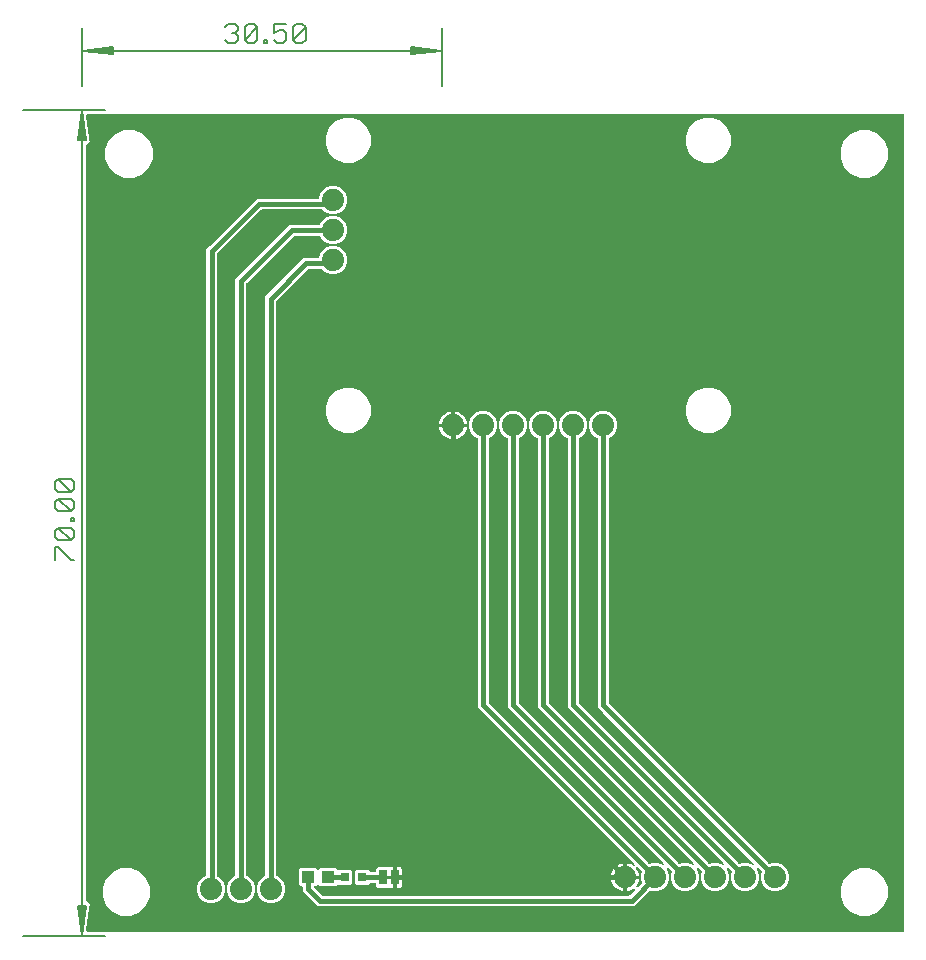
<source format=gbr>
G04 EAGLE Gerber RS-274X export*
G75*
%MOMM*%
%FSLAX34Y34*%
%LPD*%
%INTop Copper*%
%IPPOS*%
%AMOC8*
5,1,8,0,0,1.08239X$1,22.5*%
G01*
%ADD10C,0.130000*%
%ADD11C,0.152400*%
%ADD12C,1.879600*%
%ADD13R,1.100000X1.000000*%
%ADD14R,0.800000X0.800000*%
%ADD15C,0.254000*%
%ADD16R,0.635000X1.270000*%
%ADD17C,0.406400*%

G36*
X695448Y3814D02*
X695448Y3814D01*
X695467Y3812D01*
X695569Y3834D01*
X695671Y3850D01*
X695688Y3860D01*
X695708Y3864D01*
X695797Y3917D01*
X695888Y3966D01*
X695902Y3980D01*
X695919Y3990D01*
X695986Y4069D01*
X696058Y4144D01*
X696066Y4162D01*
X696079Y4177D01*
X696118Y4273D01*
X696161Y4367D01*
X696163Y4387D01*
X696171Y4405D01*
X696189Y4572D01*
X696189Y695428D01*
X696186Y695448D01*
X696188Y695467D01*
X696166Y695569D01*
X696150Y695671D01*
X696140Y695688D01*
X696136Y695708D01*
X696083Y695797D01*
X696034Y695888D01*
X696020Y695902D01*
X696010Y695919D01*
X695931Y695986D01*
X695856Y696058D01*
X695838Y696066D01*
X695823Y696079D01*
X695727Y696118D01*
X695633Y696161D01*
X695613Y696163D01*
X695595Y696171D01*
X695428Y696189D01*
X4572Y696189D01*
X4552Y696186D01*
X4533Y696188D01*
X4431Y696166D01*
X4329Y696150D01*
X4312Y696140D01*
X4292Y696136D01*
X4203Y696083D01*
X4112Y696034D01*
X4098Y696020D01*
X4081Y696010D01*
X4014Y695931D01*
X3942Y695856D01*
X3934Y695838D01*
X3921Y695823D01*
X3882Y695727D01*
X3839Y695633D01*
X3837Y695613D01*
X3829Y695595D01*
X3811Y695428D01*
X3811Y694675D01*
X3816Y694644D01*
X3817Y694580D01*
X6189Y675742D01*
X6201Y675700D01*
X6205Y675656D01*
X6236Y675583D01*
X6259Y675506D01*
X6284Y675470D01*
X6301Y675430D01*
X6383Y675327D01*
X6383Y674248D01*
X6388Y674217D01*
X6389Y674153D01*
X6524Y673079D01*
X6522Y673074D01*
X6494Y673041D01*
X6464Y672967D01*
X6426Y672897D01*
X6418Y672854D01*
X6402Y672813D01*
X6387Y672682D01*
X5624Y671919D01*
X5606Y671894D01*
X5561Y671848D01*
X4897Y670992D01*
X4892Y670991D01*
X4848Y670988D01*
X4775Y670956D01*
X4699Y670934D01*
X4663Y670908D01*
X4622Y670891D01*
X4513Y670804D01*
X4431Y670786D01*
X4329Y670770D01*
X4312Y670760D01*
X4292Y670756D01*
X4203Y670703D01*
X4112Y670654D01*
X4098Y670640D01*
X4081Y670630D01*
X4014Y670551D01*
X3942Y670476D01*
X3934Y670458D01*
X3921Y670443D01*
X3882Y670347D01*
X3839Y670253D01*
X3837Y670233D01*
X3829Y670215D01*
X3811Y670048D01*
X3811Y29952D01*
X3814Y29932D01*
X3812Y29913D01*
X3834Y29811D01*
X3850Y29709D01*
X3860Y29692D01*
X3864Y29672D01*
X3917Y29583D01*
X3966Y29492D01*
X3980Y29478D01*
X3990Y29461D01*
X4069Y29394D01*
X4144Y29322D01*
X4162Y29314D01*
X4177Y29301D01*
X4273Y29262D01*
X4367Y29219D01*
X4387Y29217D01*
X4405Y29209D01*
X4514Y29197D01*
X4527Y29188D01*
X4556Y29155D01*
X4626Y29117D01*
X4691Y29070D01*
X4733Y29057D01*
X4771Y29036D01*
X4899Y29005D01*
X5561Y28152D01*
X5584Y28131D01*
X5624Y28081D01*
X6389Y27315D01*
X6390Y27311D01*
X6388Y27267D01*
X6410Y27190D01*
X6423Y27111D01*
X6443Y27072D01*
X6455Y27030D01*
X6524Y26918D01*
X6389Y25847D01*
X6390Y25816D01*
X6383Y25752D01*
X6383Y24669D01*
X6380Y24666D01*
X6348Y24636D01*
X6309Y24566D01*
X6262Y24501D01*
X6249Y24459D01*
X6228Y24421D01*
X6194Y24280D01*
X6190Y24266D01*
X6190Y24263D01*
X6189Y24258D01*
X3817Y5420D01*
X3818Y5390D01*
X3811Y5325D01*
X3811Y4572D01*
X3814Y4552D01*
X3812Y4533D01*
X3834Y4431D01*
X3850Y4329D01*
X3860Y4312D01*
X3864Y4292D01*
X3917Y4203D01*
X3966Y4112D01*
X3980Y4098D01*
X3990Y4081D01*
X4069Y4014D01*
X4144Y3942D01*
X4162Y3934D01*
X4177Y3921D01*
X4273Y3882D01*
X4367Y3839D01*
X4387Y3837D01*
X4405Y3829D01*
X4572Y3811D01*
X695428Y3811D01*
X695448Y3814D01*
G37*
%LPC*%
G36*
X199606Y25427D02*
X199606Y25427D01*
X186927Y38106D01*
X186927Y41698D01*
X186924Y41718D01*
X186926Y41737D01*
X186904Y41839D01*
X186888Y41941D01*
X186878Y41958D01*
X186874Y41978D01*
X186821Y42067D01*
X186772Y42158D01*
X186758Y42172D01*
X186748Y42189D01*
X186669Y42256D01*
X186594Y42328D01*
X186576Y42336D01*
X186561Y42349D01*
X186465Y42388D01*
X186371Y42431D01*
X186351Y42433D01*
X186333Y42441D01*
X186166Y42459D01*
X184948Y42459D01*
X183459Y43948D01*
X183459Y56052D01*
X184948Y57541D01*
X198052Y57541D01*
X199462Y56131D01*
X199478Y56120D01*
X199490Y56104D01*
X199578Y56048D01*
X199661Y55988D01*
X199680Y55982D01*
X199697Y55971D01*
X199798Y55946D01*
X199897Y55916D01*
X199916Y55916D01*
X199936Y55911D01*
X200039Y55919D01*
X200142Y55922D01*
X200161Y55929D01*
X200181Y55930D01*
X200276Y55971D01*
X200373Y56006D01*
X200389Y56019D01*
X200407Y56027D01*
X200538Y56131D01*
X201948Y57541D01*
X215052Y57541D01*
X216212Y56381D01*
X216228Y56370D01*
X216240Y56354D01*
X216328Y56298D01*
X216411Y56238D01*
X216430Y56232D01*
X216447Y56221D01*
X216548Y56196D01*
X216647Y56166D01*
X216666Y56166D01*
X216686Y56161D01*
X216789Y56169D01*
X216892Y56172D01*
X216911Y56179D01*
X216931Y56180D01*
X217026Y56221D01*
X217123Y56256D01*
X217139Y56269D01*
X217157Y56277D01*
X217288Y56381D01*
X217448Y56541D01*
X227552Y56541D01*
X229041Y55052D01*
X229041Y44948D01*
X227552Y43459D01*
X217448Y43459D01*
X217288Y43619D01*
X217272Y43630D01*
X217260Y43646D01*
X217172Y43702D01*
X217089Y43762D01*
X217070Y43768D01*
X217053Y43779D01*
X216952Y43804D01*
X216853Y43834D01*
X216834Y43834D01*
X216814Y43839D01*
X216711Y43831D01*
X216608Y43828D01*
X216589Y43821D01*
X216569Y43820D01*
X216474Y43779D01*
X216377Y43744D01*
X216361Y43731D01*
X216343Y43723D01*
X216212Y43619D01*
X215052Y42459D01*
X201948Y42459D01*
X200538Y43869D01*
X200522Y43880D01*
X200510Y43896D01*
X200422Y43952D01*
X200339Y44012D01*
X200320Y44018D01*
X200303Y44029D01*
X200202Y44054D01*
X200103Y44084D01*
X200084Y44084D01*
X200064Y44089D01*
X199961Y44081D01*
X199858Y44078D01*
X199839Y44071D01*
X199819Y44070D01*
X199724Y44029D01*
X199627Y43994D01*
X199611Y43981D01*
X199593Y43973D01*
X199462Y43869D01*
X198052Y42459D01*
X197345Y42459D01*
X197275Y42448D01*
X197203Y42446D01*
X197154Y42428D01*
X197103Y42420D01*
X197039Y42386D01*
X196972Y42361D01*
X196931Y42329D01*
X196885Y42304D01*
X196836Y42252D01*
X196780Y42208D01*
X196752Y42164D01*
X196716Y42126D01*
X196686Y42061D01*
X196647Y42001D01*
X196634Y41950D01*
X196612Y41903D01*
X196604Y41832D01*
X196587Y41762D01*
X196591Y41710D01*
X196585Y41659D01*
X196600Y41588D01*
X196606Y41517D01*
X196626Y41469D01*
X196637Y41418D01*
X196674Y41357D01*
X196702Y41291D01*
X196747Y41235D01*
X196764Y41207D01*
X196781Y41192D01*
X196807Y41160D01*
X203171Y34796D01*
X203245Y34743D01*
X203315Y34683D01*
X203345Y34671D01*
X203371Y34652D01*
X203458Y34625D01*
X203543Y34591D01*
X203584Y34587D01*
X203606Y34580D01*
X203638Y34581D01*
X203709Y34573D01*
X463191Y34573D01*
X463281Y34587D01*
X463372Y34595D01*
X463401Y34607D01*
X463433Y34612D01*
X463514Y34655D01*
X463598Y34691D01*
X463630Y34717D01*
X463651Y34728D01*
X463673Y34751D01*
X463729Y34796D01*
X468432Y39499D01*
X468469Y39551D01*
X468514Y39596D01*
X468541Y39650D01*
X468575Y39699D01*
X468594Y39759D01*
X468622Y39817D01*
X468630Y39876D01*
X468648Y39934D01*
X468646Y39997D01*
X468655Y40061D01*
X468643Y40120D01*
X468641Y40179D01*
X468619Y40240D01*
X468607Y40302D01*
X468578Y40354D01*
X468557Y40410D01*
X468517Y40460D01*
X468485Y40516D01*
X468441Y40556D01*
X468403Y40603D01*
X468349Y40637D01*
X468302Y40680D01*
X468247Y40703D01*
X468196Y40736D01*
X468134Y40751D01*
X468076Y40776D01*
X468016Y40781D01*
X467958Y40796D01*
X467894Y40791D01*
X467831Y40796D01*
X467772Y40781D01*
X467713Y40776D01*
X467654Y40751D01*
X467592Y40736D01*
X467517Y40693D01*
X467486Y40680D01*
X467467Y40665D01*
X467446Y40653D01*
X466257Y39789D01*
X464583Y38936D01*
X462796Y38355D01*
X461523Y38154D01*
X461523Y48477D01*
X471846Y48477D01*
X471645Y47204D01*
X471064Y45417D01*
X470211Y43743D01*
X469347Y42554D01*
X469318Y42497D01*
X469281Y42445D01*
X469264Y42388D01*
X469237Y42334D01*
X469228Y42271D01*
X469209Y42210D01*
X469210Y42150D01*
X469202Y42091D01*
X469213Y42028D01*
X469215Y41964D01*
X469236Y41908D01*
X469247Y41849D01*
X469278Y41793D01*
X469300Y41733D01*
X469337Y41686D01*
X469366Y41634D01*
X469413Y41591D01*
X469453Y41541D01*
X469504Y41508D01*
X469548Y41468D01*
X469606Y41442D01*
X469660Y41408D01*
X469718Y41393D01*
X469773Y41369D01*
X469837Y41363D01*
X469899Y41348D01*
X469958Y41352D01*
X470018Y41347D01*
X470080Y41362D01*
X470144Y41367D01*
X470199Y41390D01*
X470257Y41404D01*
X470311Y41438D01*
X470370Y41463D01*
X470438Y41517D01*
X470466Y41535D01*
X470482Y41553D01*
X470501Y41568D01*
X474009Y45076D01*
X474077Y45170D01*
X474147Y45264D01*
X474149Y45270D01*
X474152Y45275D01*
X474186Y45386D01*
X474223Y45498D01*
X474223Y45504D01*
X474225Y45510D01*
X474222Y45627D01*
X474220Y45744D01*
X474218Y45751D01*
X474218Y45756D01*
X474212Y45774D01*
X474174Y45905D01*
X473461Y47625D01*
X473461Y52375D01*
X474174Y54095D01*
X474200Y54208D01*
X474229Y54322D01*
X474228Y54328D01*
X474230Y54334D01*
X474219Y54451D01*
X474210Y54567D01*
X474207Y54573D01*
X474207Y54579D01*
X474159Y54686D01*
X474114Y54794D01*
X474109Y54799D01*
X474107Y54804D01*
X474094Y54818D01*
X474009Y54924D01*
X470501Y58432D01*
X470449Y58469D01*
X470404Y58514D01*
X470350Y58541D01*
X470301Y58575D01*
X470240Y58594D01*
X470183Y58622D01*
X470124Y58630D01*
X470066Y58648D01*
X470003Y58646D01*
X469939Y58655D01*
X469880Y58643D01*
X469821Y58641D01*
X469760Y58620D01*
X469698Y58607D01*
X469646Y58578D01*
X469590Y58557D01*
X469540Y58517D01*
X469484Y58485D01*
X469444Y58441D01*
X469397Y58403D01*
X469363Y58349D01*
X469320Y58302D01*
X469297Y58247D01*
X469264Y58196D01*
X469249Y58134D01*
X469224Y58076D01*
X469219Y58016D01*
X469204Y57958D01*
X469209Y57894D01*
X469204Y57831D01*
X469219Y57772D01*
X469224Y57713D01*
X469249Y57654D01*
X469264Y57592D01*
X469307Y57517D01*
X469320Y57486D01*
X469335Y57467D01*
X469347Y57446D01*
X470211Y56257D01*
X471064Y54583D01*
X471645Y52796D01*
X471846Y51523D01*
X461523Y51523D01*
X461523Y61846D01*
X462796Y61645D01*
X464583Y61064D01*
X466257Y60211D01*
X467446Y59347D01*
X467503Y59318D01*
X467555Y59281D01*
X467612Y59264D01*
X467666Y59237D01*
X467729Y59228D01*
X467790Y59209D01*
X467850Y59210D01*
X467909Y59202D01*
X467972Y59213D01*
X468036Y59215D01*
X468092Y59236D01*
X468151Y59247D01*
X468207Y59278D01*
X468267Y59300D01*
X468314Y59337D01*
X468366Y59366D01*
X468409Y59413D01*
X468459Y59453D01*
X468492Y59504D01*
X468532Y59548D01*
X468558Y59606D01*
X468592Y59660D01*
X468607Y59718D01*
X468631Y59773D01*
X468637Y59837D01*
X468652Y59899D01*
X468648Y59958D01*
X468653Y60018D01*
X468638Y60080D01*
X468633Y60144D01*
X468610Y60199D01*
X468596Y60257D01*
X468562Y60312D01*
X468537Y60370D01*
X468483Y60438D01*
X468465Y60466D01*
X468447Y60482D01*
X468432Y60501D01*
X335127Y193806D01*
X335127Y421163D01*
X335108Y421278D01*
X335091Y421394D01*
X335089Y421400D01*
X335088Y421406D01*
X335033Y421508D01*
X334980Y421613D01*
X334975Y421618D01*
X334972Y421623D01*
X334889Y421703D01*
X334804Y421785D01*
X334798Y421789D01*
X334794Y421793D01*
X334777Y421800D01*
X334657Y421866D01*
X332937Y422579D01*
X329579Y425937D01*
X327761Y430325D01*
X327761Y435075D01*
X329579Y439463D01*
X332937Y442821D01*
X337325Y444639D01*
X342075Y444639D01*
X346463Y442821D01*
X349821Y439463D01*
X351639Y435075D01*
X351639Y430325D01*
X349821Y425937D01*
X346463Y422579D01*
X344743Y421866D01*
X344643Y421805D01*
X344543Y421745D01*
X344539Y421740D01*
X344534Y421737D01*
X344459Y421647D01*
X344383Y421558D01*
X344381Y421552D01*
X344377Y421547D01*
X344335Y421439D01*
X344291Y421330D01*
X344290Y421322D01*
X344289Y421318D01*
X344288Y421299D01*
X344273Y421163D01*
X344273Y197909D01*
X344275Y197898D01*
X344274Y197890D01*
X344282Y197850D01*
X344288Y197819D01*
X344295Y197728D01*
X344307Y197699D01*
X344312Y197667D01*
X344355Y197586D01*
X344391Y197502D01*
X344417Y197470D01*
X344428Y197449D01*
X344451Y197427D01*
X344496Y197371D01*
X480476Y61391D01*
X480570Y61324D01*
X480664Y61253D01*
X480670Y61251D01*
X480675Y61248D01*
X480786Y61214D01*
X480898Y61177D01*
X480904Y61177D01*
X480910Y61175D01*
X481027Y61178D01*
X481144Y61180D01*
X481151Y61182D01*
X481156Y61182D01*
X481174Y61188D01*
X481305Y61226D01*
X483025Y61939D01*
X487775Y61939D01*
X492125Y60137D01*
X492220Y60114D01*
X492313Y60086D01*
X492339Y60086D01*
X492365Y60080D01*
X492462Y60090D01*
X492559Y60092D01*
X492584Y60101D01*
X492610Y60104D01*
X492699Y60143D01*
X492790Y60177D01*
X492811Y60193D01*
X492834Y60204D01*
X492906Y60269D01*
X492982Y60330D01*
X492996Y60352D01*
X493016Y60370D01*
X493063Y60455D01*
X493115Y60537D01*
X493122Y60563D01*
X493134Y60585D01*
X493151Y60681D01*
X493175Y60776D01*
X493173Y60802D01*
X493178Y60828D01*
X493164Y60924D01*
X493156Y61021D01*
X493146Y61045D01*
X493142Y61071D01*
X493098Y61158D01*
X493060Y61247D01*
X493039Y61273D01*
X493031Y61290D01*
X493007Y61313D01*
X492955Y61378D01*
X360527Y193806D01*
X360527Y421163D01*
X360508Y421278D01*
X360491Y421394D01*
X360489Y421400D01*
X360488Y421406D01*
X360433Y421508D01*
X360380Y421613D01*
X360375Y421618D01*
X360372Y421623D01*
X360289Y421703D01*
X360204Y421785D01*
X360198Y421789D01*
X360194Y421793D01*
X360177Y421800D01*
X360057Y421866D01*
X358337Y422579D01*
X354979Y425937D01*
X353161Y430325D01*
X353161Y435075D01*
X354979Y439463D01*
X358337Y442821D01*
X362725Y444639D01*
X367475Y444639D01*
X371863Y442821D01*
X375221Y439463D01*
X377039Y435075D01*
X377039Y430325D01*
X375221Y425937D01*
X371863Y422579D01*
X370143Y421866D01*
X370043Y421805D01*
X369943Y421745D01*
X369939Y421740D01*
X369934Y421737D01*
X369859Y421647D01*
X369783Y421558D01*
X369781Y421552D01*
X369777Y421547D01*
X369735Y421439D01*
X369691Y421330D01*
X369690Y421322D01*
X369689Y421318D01*
X369688Y421299D01*
X369673Y421163D01*
X369673Y197909D01*
X369675Y197898D01*
X369674Y197890D01*
X369682Y197850D01*
X369688Y197819D01*
X369695Y197728D01*
X369707Y197699D01*
X369712Y197667D01*
X369755Y197586D01*
X369791Y197502D01*
X369817Y197470D01*
X369828Y197449D01*
X369851Y197427D01*
X369896Y197371D01*
X505876Y61391D01*
X505970Y61324D01*
X506064Y61253D01*
X506070Y61251D01*
X506075Y61248D01*
X506186Y61214D01*
X506298Y61177D01*
X506304Y61177D01*
X506310Y61175D01*
X506427Y61178D01*
X506544Y61180D01*
X506551Y61182D01*
X506556Y61182D01*
X506574Y61188D01*
X506705Y61226D01*
X508425Y61939D01*
X513175Y61939D01*
X517525Y60137D01*
X517620Y60114D01*
X517713Y60086D01*
X517739Y60086D01*
X517765Y60080D01*
X517862Y60090D01*
X517959Y60092D01*
X517984Y60101D01*
X518010Y60104D01*
X518099Y60143D01*
X518190Y60177D01*
X518211Y60193D01*
X518234Y60204D01*
X518306Y60269D01*
X518382Y60330D01*
X518396Y60352D01*
X518416Y60370D01*
X518463Y60455D01*
X518515Y60537D01*
X518522Y60563D01*
X518534Y60585D01*
X518551Y60681D01*
X518575Y60776D01*
X518573Y60802D01*
X518578Y60828D01*
X518564Y60924D01*
X518556Y61021D01*
X518546Y61045D01*
X518542Y61071D01*
X518498Y61158D01*
X518460Y61247D01*
X518439Y61273D01*
X518431Y61290D01*
X518407Y61313D01*
X518355Y61378D01*
X385927Y193806D01*
X385927Y421163D01*
X385908Y421278D01*
X385891Y421394D01*
X385889Y421400D01*
X385888Y421406D01*
X385833Y421508D01*
X385780Y421613D01*
X385775Y421618D01*
X385772Y421623D01*
X385689Y421703D01*
X385604Y421785D01*
X385598Y421789D01*
X385594Y421793D01*
X385577Y421800D01*
X385457Y421866D01*
X383737Y422579D01*
X380379Y425937D01*
X378561Y430325D01*
X378561Y435075D01*
X380379Y439463D01*
X383737Y442821D01*
X388125Y444639D01*
X392875Y444639D01*
X397263Y442821D01*
X400621Y439463D01*
X402439Y435075D01*
X402439Y430325D01*
X400621Y425937D01*
X397263Y422579D01*
X395543Y421866D01*
X395443Y421805D01*
X395343Y421745D01*
X395339Y421740D01*
X395334Y421737D01*
X395259Y421647D01*
X395183Y421558D01*
X395181Y421552D01*
X395177Y421547D01*
X395135Y421439D01*
X395091Y421330D01*
X395090Y421322D01*
X395089Y421318D01*
X395088Y421299D01*
X395073Y421163D01*
X395073Y197909D01*
X395075Y197898D01*
X395074Y197890D01*
X395082Y197850D01*
X395088Y197819D01*
X395095Y197728D01*
X395107Y197699D01*
X395112Y197667D01*
X395155Y197586D01*
X395191Y197502D01*
X395217Y197470D01*
X395228Y197449D01*
X395251Y197427D01*
X395296Y197371D01*
X531276Y61391D01*
X531370Y61324D01*
X531464Y61253D01*
X531470Y61251D01*
X531475Y61248D01*
X531586Y61214D01*
X531698Y61177D01*
X531704Y61177D01*
X531710Y61175D01*
X531827Y61178D01*
X531944Y61180D01*
X531951Y61182D01*
X531956Y61182D01*
X531974Y61188D01*
X532105Y61226D01*
X533825Y61939D01*
X538575Y61939D01*
X542925Y60137D01*
X543020Y60114D01*
X543113Y60086D01*
X543139Y60086D01*
X543165Y60080D01*
X543262Y60090D01*
X543359Y60092D01*
X543384Y60101D01*
X543410Y60104D01*
X543499Y60143D01*
X543590Y60177D01*
X543611Y60193D01*
X543634Y60204D01*
X543706Y60269D01*
X543782Y60330D01*
X543796Y60352D01*
X543816Y60370D01*
X543863Y60455D01*
X543915Y60537D01*
X543922Y60563D01*
X543934Y60585D01*
X543951Y60681D01*
X543975Y60776D01*
X543973Y60802D01*
X543978Y60828D01*
X543964Y60924D01*
X543956Y61021D01*
X543946Y61045D01*
X543942Y61071D01*
X543898Y61158D01*
X543860Y61247D01*
X543839Y61273D01*
X543831Y61290D01*
X543807Y61313D01*
X543755Y61378D01*
X411327Y193806D01*
X411327Y421163D01*
X411308Y421278D01*
X411291Y421394D01*
X411289Y421400D01*
X411288Y421406D01*
X411233Y421508D01*
X411180Y421613D01*
X411175Y421618D01*
X411172Y421623D01*
X411089Y421703D01*
X411004Y421785D01*
X410998Y421789D01*
X410994Y421793D01*
X410977Y421800D01*
X410857Y421866D01*
X409137Y422579D01*
X405779Y425937D01*
X403961Y430325D01*
X403961Y435075D01*
X405779Y439463D01*
X409137Y442821D01*
X413525Y444639D01*
X418275Y444639D01*
X422663Y442821D01*
X426021Y439463D01*
X427839Y435075D01*
X427839Y430325D01*
X426021Y425937D01*
X422663Y422579D01*
X420943Y421866D01*
X420843Y421805D01*
X420743Y421745D01*
X420739Y421740D01*
X420734Y421737D01*
X420659Y421647D01*
X420583Y421558D01*
X420581Y421552D01*
X420577Y421547D01*
X420535Y421439D01*
X420491Y421330D01*
X420490Y421322D01*
X420489Y421318D01*
X420488Y421299D01*
X420473Y421163D01*
X420473Y197909D01*
X420475Y197898D01*
X420474Y197890D01*
X420482Y197850D01*
X420488Y197819D01*
X420495Y197728D01*
X420507Y197699D01*
X420512Y197667D01*
X420555Y197586D01*
X420591Y197502D01*
X420617Y197470D01*
X420628Y197449D01*
X420651Y197427D01*
X420696Y197371D01*
X556676Y61391D01*
X556770Y61324D01*
X556864Y61253D01*
X556870Y61251D01*
X556875Y61248D01*
X556986Y61214D01*
X557098Y61177D01*
X557104Y61177D01*
X557110Y61175D01*
X557227Y61178D01*
X557344Y61180D01*
X557351Y61182D01*
X557356Y61182D01*
X557374Y61188D01*
X557505Y61226D01*
X559225Y61939D01*
X563975Y61939D01*
X568325Y60137D01*
X568420Y60114D01*
X568513Y60086D01*
X568539Y60086D01*
X568565Y60080D01*
X568662Y60090D01*
X568759Y60092D01*
X568784Y60101D01*
X568810Y60104D01*
X568899Y60143D01*
X568990Y60177D01*
X569011Y60193D01*
X569034Y60204D01*
X569106Y60269D01*
X569182Y60330D01*
X569196Y60352D01*
X569216Y60370D01*
X569263Y60455D01*
X569315Y60537D01*
X569322Y60563D01*
X569334Y60585D01*
X569351Y60681D01*
X569375Y60776D01*
X569373Y60802D01*
X569378Y60828D01*
X569364Y60924D01*
X569356Y61021D01*
X569346Y61045D01*
X569342Y61071D01*
X569298Y61158D01*
X569260Y61247D01*
X569239Y61273D01*
X569231Y61290D01*
X569207Y61313D01*
X569155Y61378D01*
X441229Y189304D01*
X436727Y193806D01*
X436727Y421163D01*
X436708Y421278D01*
X436691Y421394D01*
X436689Y421400D01*
X436688Y421406D01*
X436633Y421508D01*
X436580Y421613D01*
X436575Y421618D01*
X436572Y421623D01*
X436489Y421703D01*
X436404Y421785D01*
X436398Y421789D01*
X436394Y421793D01*
X436377Y421800D01*
X436257Y421866D01*
X434537Y422579D01*
X431179Y425937D01*
X429361Y430325D01*
X429361Y435075D01*
X431179Y439463D01*
X434537Y442821D01*
X438925Y444639D01*
X443675Y444639D01*
X448063Y442821D01*
X451421Y439463D01*
X453239Y435075D01*
X453239Y430325D01*
X451421Y425937D01*
X448063Y422579D01*
X446343Y421866D01*
X446243Y421805D01*
X446143Y421745D01*
X446139Y421740D01*
X446134Y421737D01*
X446059Y421647D01*
X445983Y421558D01*
X445981Y421552D01*
X445977Y421547D01*
X445935Y421439D01*
X445891Y421330D01*
X445890Y421322D01*
X445889Y421318D01*
X445888Y421299D01*
X445873Y421163D01*
X445873Y197909D01*
X445875Y197898D01*
X445874Y197890D01*
X445882Y197850D01*
X445888Y197819D01*
X445895Y197728D01*
X445907Y197699D01*
X445912Y197667D01*
X445955Y197586D01*
X445991Y197502D01*
X446017Y197470D01*
X446028Y197449D01*
X446051Y197427D01*
X446096Y197371D01*
X447696Y195771D01*
X582076Y61391D01*
X582170Y61324D01*
X582264Y61253D01*
X582270Y61251D01*
X582275Y61248D01*
X582386Y61214D01*
X582498Y61177D01*
X582504Y61177D01*
X582510Y61175D01*
X582627Y61178D01*
X582744Y61180D01*
X582751Y61182D01*
X582756Y61182D01*
X582774Y61188D01*
X582905Y61226D01*
X584625Y61939D01*
X589375Y61939D01*
X593763Y60121D01*
X597121Y56763D01*
X598939Y52375D01*
X598939Y47625D01*
X597121Y43237D01*
X593763Y39879D01*
X589375Y38061D01*
X584625Y38061D01*
X580237Y39879D01*
X576879Y43237D01*
X575061Y47625D01*
X575061Y52375D01*
X575774Y54095D01*
X575800Y54208D01*
X575829Y54322D01*
X575828Y54328D01*
X575830Y54334D01*
X575819Y54451D01*
X575810Y54567D01*
X575807Y54573D01*
X575807Y54579D01*
X575759Y54686D01*
X575714Y54793D01*
X575709Y54799D01*
X575707Y54804D01*
X575694Y54818D01*
X575609Y54924D01*
X572978Y57555D01*
X572899Y57612D01*
X572824Y57674D01*
X572800Y57683D01*
X572778Y57698D01*
X572685Y57727D01*
X572595Y57762D01*
X572568Y57763D01*
X572543Y57771D01*
X572446Y57768D01*
X572349Y57772D01*
X572324Y57765D01*
X572298Y57764D01*
X572206Y57731D01*
X572113Y57704D01*
X572091Y57689D01*
X572067Y57680D01*
X571990Y57619D01*
X571911Y57564D01*
X571895Y57543D01*
X571874Y57526D01*
X571822Y57444D01*
X571764Y57366D01*
X571756Y57341D01*
X571741Y57319D01*
X571718Y57225D01*
X571688Y57132D01*
X571688Y57106D01*
X571681Y57081D01*
X571689Y56984D01*
X571690Y56886D01*
X571699Y56855D01*
X571701Y56836D01*
X571713Y56805D01*
X571737Y56725D01*
X573539Y52375D01*
X573539Y47625D01*
X571721Y43237D01*
X568363Y39879D01*
X563975Y38061D01*
X559225Y38061D01*
X554837Y39879D01*
X551479Y43237D01*
X549661Y47625D01*
X549661Y52375D01*
X550374Y54095D01*
X550400Y54208D01*
X550429Y54322D01*
X550428Y54328D01*
X550430Y54334D01*
X550419Y54451D01*
X550410Y54567D01*
X550407Y54573D01*
X550407Y54579D01*
X550359Y54686D01*
X550314Y54793D01*
X550309Y54799D01*
X550307Y54804D01*
X550294Y54818D01*
X550209Y54924D01*
X547578Y57555D01*
X547499Y57612D01*
X547424Y57674D01*
X547400Y57683D01*
X547378Y57698D01*
X547285Y57727D01*
X547195Y57762D01*
X547168Y57763D01*
X547143Y57771D01*
X547046Y57768D01*
X546949Y57772D01*
X546924Y57765D01*
X546898Y57764D01*
X546806Y57731D01*
X546713Y57704D01*
X546691Y57689D01*
X546667Y57680D01*
X546590Y57619D01*
X546511Y57564D01*
X546495Y57543D01*
X546474Y57526D01*
X546422Y57444D01*
X546364Y57366D01*
X546356Y57341D01*
X546341Y57319D01*
X546318Y57225D01*
X546288Y57132D01*
X546288Y57106D01*
X546281Y57081D01*
X546289Y56984D01*
X546290Y56886D01*
X546299Y56855D01*
X546301Y56836D01*
X546313Y56805D01*
X546337Y56725D01*
X548139Y52375D01*
X548139Y47625D01*
X546321Y43237D01*
X542963Y39879D01*
X538575Y38061D01*
X533825Y38061D01*
X529437Y39879D01*
X526079Y43237D01*
X524261Y47625D01*
X524261Y52375D01*
X524974Y54095D01*
X525000Y54208D01*
X525029Y54322D01*
X525028Y54328D01*
X525030Y54334D01*
X525019Y54451D01*
X525010Y54567D01*
X525007Y54573D01*
X525007Y54579D01*
X524959Y54686D01*
X524914Y54793D01*
X524909Y54799D01*
X524907Y54804D01*
X524894Y54818D01*
X524809Y54924D01*
X522178Y57555D01*
X522099Y57612D01*
X522024Y57674D01*
X522000Y57683D01*
X521978Y57698D01*
X521885Y57727D01*
X521795Y57762D01*
X521768Y57763D01*
X521743Y57771D01*
X521646Y57768D01*
X521549Y57772D01*
X521524Y57765D01*
X521498Y57764D01*
X521406Y57731D01*
X521313Y57704D01*
X521291Y57689D01*
X521267Y57680D01*
X521190Y57619D01*
X521111Y57564D01*
X521095Y57543D01*
X521074Y57526D01*
X521022Y57444D01*
X520964Y57366D01*
X520956Y57341D01*
X520941Y57319D01*
X520918Y57225D01*
X520888Y57132D01*
X520888Y57106D01*
X520881Y57081D01*
X520889Y56984D01*
X520890Y56886D01*
X520899Y56855D01*
X520901Y56836D01*
X520913Y56805D01*
X520937Y56725D01*
X522739Y52375D01*
X522739Y47625D01*
X520921Y43237D01*
X517563Y39879D01*
X513175Y38061D01*
X508425Y38061D01*
X504037Y39879D01*
X500679Y43237D01*
X498861Y47625D01*
X498861Y52375D01*
X499574Y54095D01*
X499600Y54208D01*
X499629Y54322D01*
X499628Y54328D01*
X499630Y54334D01*
X499619Y54451D01*
X499610Y54567D01*
X499607Y54573D01*
X499607Y54579D01*
X499559Y54686D01*
X499514Y54793D01*
X499509Y54799D01*
X499507Y54804D01*
X499494Y54818D01*
X499409Y54924D01*
X496778Y57555D01*
X496699Y57612D01*
X496624Y57674D01*
X496600Y57683D01*
X496578Y57698D01*
X496485Y57727D01*
X496395Y57762D01*
X496368Y57763D01*
X496343Y57771D01*
X496246Y57768D01*
X496149Y57772D01*
X496124Y57765D01*
X496098Y57764D01*
X496006Y57731D01*
X495913Y57704D01*
X495891Y57689D01*
X495867Y57680D01*
X495790Y57619D01*
X495711Y57564D01*
X495695Y57543D01*
X495674Y57526D01*
X495622Y57444D01*
X495564Y57366D01*
X495556Y57341D01*
X495541Y57319D01*
X495518Y57225D01*
X495488Y57132D01*
X495488Y57106D01*
X495481Y57081D01*
X495489Y56984D01*
X495490Y56886D01*
X495499Y56855D01*
X495501Y56836D01*
X495513Y56805D01*
X495537Y56725D01*
X497339Y52375D01*
X497339Y47625D01*
X495521Y43237D01*
X492163Y39879D01*
X487775Y38061D01*
X483025Y38061D01*
X481305Y38774D01*
X481241Y38789D01*
X481189Y38810D01*
X481127Y38817D01*
X481078Y38829D01*
X481072Y38828D01*
X481066Y38830D01*
X481034Y38827D01*
X481022Y38828D01*
X481010Y38828D01*
X480960Y38820D01*
X480949Y38819D01*
X480833Y38810D01*
X480827Y38807D01*
X480821Y38807D01*
X480787Y38792D01*
X480768Y38788D01*
X480706Y38756D01*
X480607Y38714D01*
X480601Y38709D01*
X480596Y38707D01*
X480582Y38694D01*
X480568Y38683D01*
X480550Y38673D01*
X480531Y38653D01*
X480476Y38609D01*
X467294Y25427D01*
X199606Y25427D01*
G37*
%LPD*%
%LPC*%
G36*
X106825Y28061D02*
X106825Y28061D01*
X102437Y29879D01*
X99079Y33237D01*
X97261Y37625D01*
X97261Y42375D01*
X99079Y46763D01*
X102437Y50121D01*
X104957Y51165D01*
X105057Y51227D01*
X105157Y51287D01*
X105161Y51291D01*
X105166Y51295D01*
X105241Y51384D01*
X105317Y51473D01*
X105319Y51479D01*
X105323Y51484D01*
X105365Y51592D01*
X105409Y51702D01*
X105410Y51709D01*
X105411Y51714D01*
X105412Y51732D01*
X105427Y51868D01*
X105427Y581894D01*
X108329Y584796D01*
X148106Y624573D01*
X200000Y624573D01*
X200020Y624576D01*
X200039Y624574D01*
X200141Y624596D01*
X200243Y624612D01*
X200260Y624622D01*
X200280Y624626D01*
X200369Y624679D01*
X200460Y624728D01*
X200474Y624742D01*
X200491Y624752D01*
X200558Y624831D01*
X200630Y624906D01*
X200638Y624924D01*
X200651Y624939D01*
X200690Y625035D01*
X200733Y625129D01*
X200735Y625149D01*
X200743Y625167D01*
X200761Y625334D01*
X200761Y625575D01*
X202579Y629963D01*
X205937Y633321D01*
X210325Y635139D01*
X215075Y635139D01*
X219463Y633321D01*
X222821Y629963D01*
X224639Y625575D01*
X224639Y620825D01*
X222821Y616437D01*
X219463Y613079D01*
X215075Y611261D01*
X210325Y611261D01*
X205937Y613079D01*
X203812Y615204D01*
X203738Y615257D01*
X203668Y615317D01*
X203638Y615329D01*
X203612Y615348D01*
X203525Y615375D01*
X203440Y615409D01*
X203399Y615413D01*
X203377Y615420D01*
X203345Y615419D01*
X203273Y615427D01*
X152209Y615427D01*
X152119Y615413D01*
X152028Y615405D01*
X151999Y615393D01*
X151967Y615388D01*
X151886Y615345D01*
X151802Y615309D01*
X151770Y615283D01*
X151749Y615272D01*
X151727Y615249D01*
X151671Y615204D01*
X114796Y578329D01*
X114753Y578270D01*
X114707Y578221D01*
X114699Y578204D01*
X114683Y578185D01*
X114671Y578155D01*
X114652Y578129D01*
X114628Y578052D01*
X114603Y577998D01*
X114602Y577984D01*
X114591Y577957D01*
X114587Y577916D01*
X114580Y577894D01*
X114581Y577862D01*
X114573Y577791D01*
X114573Y51206D01*
X114592Y51091D01*
X114609Y50975D01*
X114611Y50969D01*
X114612Y50963D01*
X114667Y50860D01*
X114720Y50755D01*
X114725Y50751D01*
X114728Y50745D01*
X114812Y50666D01*
X114896Y50583D01*
X114902Y50580D01*
X114906Y50576D01*
X114923Y50568D01*
X115043Y50502D01*
X115963Y50121D01*
X119321Y46763D01*
X121139Y42375D01*
X121139Y37625D01*
X119321Y33237D01*
X115963Y29879D01*
X111575Y28061D01*
X106825Y28061D01*
G37*
%LPD*%
%LPC*%
G36*
X132225Y28061D02*
X132225Y28061D01*
X127837Y29879D01*
X124479Y33237D01*
X122661Y37625D01*
X122661Y42375D01*
X124479Y46763D01*
X127837Y50121D01*
X129557Y50834D01*
X129657Y50895D01*
X129757Y50955D01*
X129761Y50960D01*
X129766Y50963D01*
X129841Y51053D01*
X129917Y51142D01*
X129919Y51148D01*
X129923Y51153D01*
X129965Y51261D01*
X130009Y51370D01*
X130010Y51378D01*
X130011Y51382D01*
X130012Y51401D01*
X130027Y51537D01*
X130027Y556494D01*
X175906Y602373D01*
X201163Y602373D01*
X201278Y602392D01*
X201394Y602409D01*
X201400Y602411D01*
X201406Y602412D01*
X201508Y602467D01*
X201613Y602520D01*
X201618Y602525D01*
X201623Y602528D01*
X201703Y602612D01*
X201785Y602696D01*
X201789Y602702D01*
X201793Y602706D01*
X201800Y602723D01*
X201866Y602843D01*
X202579Y604563D01*
X205937Y607921D01*
X210325Y609739D01*
X215075Y609739D01*
X219463Y607921D01*
X222821Y604563D01*
X224639Y600175D01*
X224639Y595425D01*
X222821Y591037D01*
X219463Y587679D01*
X215075Y585861D01*
X210325Y585861D01*
X205937Y587679D01*
X202579Y591037D01*
X201866Y592757D01*
X201805Y592857D01*
X201745Y592957D01*
X201740Y592961D01*
X201737Y592966D01*
X201647Y593041D01*
X201558Y593117D01*
X201552Y593119D01*
X201547Y593123D01*
X201439Y593165D01*
X201330Y593209D01*
X201322Y593210D01*
X201318Y593211D01*
X201299Y593212D01*
X201163Y593227D01*
X180009Y593227D01*
X179919Y593213D01*
X179828Y593205D01*
X179799Y593193D01*
X179767Y593188D01*
X179686Y593145D01*
X179602Y593109D01*
X179570Y593083D01*
X179549Y593072D01*
X179527Y593049D01*
X179471Y593004D01*
X139396Y552929D01*
X139343Y552855D01*
X139283Y552785D01*
X139271Y552755D01*
X139252Y552729D01*
X139225Y552642D01*
X139191Y552557D01*
X139187Y552516D01*
X139180Y552494D01*
X139181Y552462D01*
X139173Y552391D01*
X139173Y51537D01*
X139192Y51422D01*
X139209Y51306D01*
X139211Y51300D01*
X139212Y51294D01*
X139267Y51192D01*
X139320Y51087D01*
X139325Y51082D01*
X139328Y51077D01*
X139412Y50997D01*
X139496Y50915D01*
X139502Y50911D01*
X139506Y50907D01*
X139523Y50900D01*
X139643Y50834D01*
X141363Y50121D01*
X144721Y46763D01*
X146539Y42375D01*
X146539Y37625D01*
X144721Y33237D01*
X141363Y29879D01*
X136975Y28061D01*
X132225Y28061D01*
G37*
%LPD*%
%LPC*%
G36*
X157625Y28061D02*
X157625Y28061D01*
X153237Y29879D01*
X149879Y33237D01*
X148061Y37625D01*
X148061Y42375D01*
X149879Y46763D01*
X153237Y50121D01*
X154957Y50834D01*
X155057Y50895D01*
X155157Y50955D01*
X155161Y50960D01*
X155166Y50963D01*
X155241Y51053D01*
X155317Y51142D01*
X155319Y51148D01*
X155323Y51153D01*
X155365Y51261D01*
X155409Y51370D01*
X155410Y51378D01*
X155411Y51382D01*
X155412Y51401D01*
X155427Y51537D01*
X155427Y541894D01*
X188106Y574573D01*
X200169Y574573D01*
X200284Y574592D01*
X200400Y574609D01*
X200406Y574611D01*
X200412Y574612D01*
X200514Y574667D01*
X200619Y574720D01*
X200624Y574725D01*
X200629Y574728D01*
X200709Y574812D01*
X200791Y574896D01*
X200795Y574902D01*
X200798Y574906D01*
X200806Y574923D01*
X200872Y575043D01*
X202579Y579163D01*
X205937Y582521D01*
X210325Y584339D01*
X215075Y584339D01*
X219463Y582521D01*
X222821Y579163D01*
X224639Y574775D01*
X224639Y570025D01*
X222821Y565637D01*
X219463Y562279D01*
X215075Y560461D01*
X210325Y560461D01*
X205937Y562279D01*
X203012Y565204D01*
X202938Y565257D01*
X202868Y565317D01*
X202838Y565329D01*
X202812Y565348D01*
X202725Y565375D01*
X202640Y565409D01*
X202599Y565413D01*
X202577Y565420D01*
X202545Y565419D01*
X202474Y565427D01*
X192209Y565427D01*
X192119Y565413D01*
X192028Y565405D01*
X191999Y565393D01*
X191967Y565388D01*
X191886Y565345D01*
X191802Y565309D01*
X191770Y565283D01*
X191749Y565272D01*
X191727Y565249D01*
X191671Y565204D01*
X164796Y538329D01*
X164743Y538255D01*
X164683Y538185D01*
X164671Y538155D01*
X164652Y538129D01*
X164625Y538042D01*
X164591Y537957D01*
X164587Y537916D01*
X164580Y537894D01*
X164581Y537862D01*
X164573Y537791D01*
X164573Y51537D01*
X164592Y51422D01*
X164609Y51306D01*
X164611Y51300D01*
X164612Y51294D01*
X164667Y51192D01*
X164720Y51087D01*
X164725Y51082D01*
X164728Y51077D01*
X164812Y50997D01*
X164896Y50915D01*
X164902Y50911D01*
X164906Y50907D01*
X164923Y50900D01*
X165043Y50834D01*
X166763Y50121D01*
X170121Y46763D01*
X171939Y42375D01*
X171939Y37625D01*
X170121Y33237D01*
X166763Y29879D01*
X162375Y28061D01*
X157625Y28061D01*
G37*
%LPD*%
%LPC*%
G36*
X658514Y642459D02*
X658514Y642459D01*
X651148Y645510D01*
X645510Y651148D01*
X642459Y658514D01*
X642459Y666486D01*
X645510Y673852D01*
X651148Y679490D01*
X658514Y682541D01*
X666486Y682541D01*
X673852Y679490D01*
X679490Y673852D01*
X682541Y666486D01*
X682541Y658514D01*
X679490Y651148D01*
X673852Y645510D01*
X666486Y642459D01*
X658514Y642459D01*
G37*
%LPD*%
%LPC*%
G36*
X36014Y642459D02*
X36014Y642459D01*
X28648Y645510D01*
X23010Y651148D01*
X19959Y658514D01*
X19959Y666486D01*
X23010Y673852D01*
X28648Y679490D01*
X36014Y682541D01*
X43986Y682541D01*
X51352Y679490D01*
X56990Y673852D01*
X60041Y666486D01*
X60041Y658514D01*
X56990Y651148D01*
X51352Y645510D01*
X43986Y642459D01*
X36014Y642459D01*
G37*
%LPD*%
%LPC*%
G36*
X658514Y17459D02*
X658514Y17459D01*
X651148Y20510D01*
X645510Y26148D01*
X642459Y33514D01*
X642459Y41486D01*
X645510Y48852D01*
X651148Y54490D01*
X658514Y57541D01*
X666486Y57541D01*
X673852Y54490D01*
X679490Y48852D01*
X682541Y41486D01*
X682541Y33514D01*
X679490Y26148D01*
X673852Y20510D01*
X666486Y17459D01*
X658514Y17459D01*
G37*
%LPD*%
%LPC*%
G36*
X33514Y17459D02*
X33514Y17459D01*
X26148Y20510D01*
X20510Y26148D01*
X17459Y33514D01*
X17459Y41486D01*
X20510Y48852D01*
X26148Y54490D01*
X33514Y57541D01*
X41486Y57541D01*
X48852Y54490D01*
X54490Y48852D01*
X57541Y41486D01*
X57541Y33514D01*
X54490Y26148D01*
X48852Y20510D01*
X41486Y17459D01*
X33514Y17459D01*
G37*
%LPD*%
%LPC*%
G36*
X526411Y654949D02*
X526411Y654949D01*
X519409Y657850D01*
X514050Y663209D01*
X511149Y670211D01*
X511149Y677789D01*
X514050Y684791D01*
X519409Y690150D01*
X526411Y693051D01*
X533989Y693051D01*
X540991Y690150D01*
X546350Y684791D01*
X549251Y677789D01*
X549251Y670211D01*
X546350Y663209D01*
X540991Y657850D01*
X533989Y654949D01*
X526411Y654949D01*
G37*
%LPD*%
%LPC*%
G36*
X221611Y654949D02*
X221611Y654949D01*
X214609Y657850D01*
X209250Y663209D01*
X206349Y670211D01*
X206349Y677789D01*
X209250Y684791D01*
X214609Y690150D01*
X221611Y693051D01*
X229189Y693051D01*
X236191Y690150D01*
X241550Y684791D01*
X244451Y677789D01*
X244451Y670211D01*
X241550Y663209D01*
X236191Y657850D01*
X229189Y654949D01*
X221611Y654949D01*
G37*
%LPD*%
%LPC*%
G36*
X221611Y426349D02*
X221611Y426349D01*
X214609Y429250D01*
X209250Y434609D01*
X206349Y441611D01*
X206349Y449189D01*
X209250Y456191D01*
X214609Y461550D01*
X221611Y464451D01*
X229189Y464451D01*
X236191Y461550D01*
X241550Y456191D01*
X244451Y449189D01*
X244451Y441611D01*
X241550Y434609D01*
X236191Y429250D01*
X229189Y426349D01*
X221611Y426349D01*
G37*
%LPD*%
%LPC*%
G36*
X526411Y426349D02*
X526411Y426349D01*
X519409Y429250D01*
X514050Y434609D01*
X511149Y441611D01*
X511149Y449189D01*
X514050Y456191D01*
X519409Y461550D01*
X526411Y464451D01*
X533989Y464451D01*
X540991Y461550D01*
X546350Y456191D01*
X549251Y449189D01*
X549251Y441611D01*
X546350Y434609D01*
X540991Y429250D01*
X533989Y426349D01*
X526411Y426349D01*
G37*
%LPD*%
%LPC*%
G36*
X250693Y41109D02*
X250693Y41109D01*
X249204Y42598D01*
X249204Y44666D01*
X249201Y44686D01*
X249203Y44705D01*
X249181Y44807D01*
X249165Y44909D01*
X249155Y44926D01*
X249151Y44946D01*
X249098Y45035D01*
X249049Y45126D01*
X249035Y45140D01*
X249025Y45157D01*
X248946Y45224D01*
X248871Y45296D01*
X248853Y45304D01*
X248838Y45317D01*
X248742Y45356D01*
X248648Y45399D01*
X248628Y45401D01*
X248610Y45409D01*
X248443Y45427D01*
X244802Y45427D01*
X244782Y45424D01*
X244763Y45426D01*
X244661Y45404D01*
X244559Y45388D01*
X244542Y45378D01*
X244522Y45374D01*
X244433Y45321D01*
X244342Y45272D01*
X244328Y45258D01*
X244311Y45248D01*
X244244Y45169D01*
X244172Y45094D01*
X244164Y45076D01*
X244151Y45061D01*
X244149Y45056D01*
X242552Y43459D01*
X232448Y43459D01*
X230959Y44948D01*
X230959Y55052D01*
X232448Y56541D01*
X242552Y56541D01*
X244169Y54924D01*
X244196Y54874D01*
X244210Y54860D01*
X244220Y54843D01*
X244299Y54776D01*
X244374Y54704D01*
X244392Y54696D01*
X244407Y54683D01*
X244503Y54644D01*
X244597Y54601D01*
X244617Y54599D01*
X244635Y54591D01*
X244802Y54573D01*
X248443Y54573D01*
X248463Y54576D01*
X248482Y54574D01*
X248584Y54596D01*
X248686Y54612D01*
X248703Y54622D01*
X248723Y54626D01*
X248812Y54679D01*
X248903Y54728D01*
X248917Y54742D01*
X248934Y54752D01*
X249001Y54831D01*
X249073Y54906D01*
X249081Y54924D01*
X249094Y54939D01*
X249133Y55035D01*
X249176Y55129D01*
X249178Y55149D01*
X249186Y55167D01*
X249204Y55334D01*
X249204Y57402D01*
X250693Y58891D01*
X259147Y58891D01*
X259495Y58544D01*
X259530Y58518D01*
X259560Y58486D01*
X259629Y58447D01*
X259694Y58400D01*
X259736Y58387D01*
X259774Y58366D01*
X259853Y58351D01*
X259929Y58328D01*
X259973Y58329D01*
X260016Y58321D01*
X260095Y58332D01*
X260175Y58334D01*
X260216Y58349D01*
X260260Y58355D01*
X260393Y58414D01*
X260406Y58419D01*
X260409Y58421D01*
X260413Y58423D01*
X260924Y58718D01*
X261571Y58891D01*
X263557Y58891D01*
X263557Y54572D01*
X263560Y54552D01*
X263558Y54533D01*
X263580Y54431D01*
X263597Y54329D01*
X263606Y54312D01*
X263610Y54292D01*
X263663Y54203D01*
X263712Y54112D01*
X263726Y54098D01*
X263736Y54081D01*
X263815Y54014D01*
X263890Y53942D01*
X263908Y53934D01*
X263923Y53921D01*
X264019Y53882D01*
X264113Y53839D01*
X264133Y53837D01*
X264151Y53829D01*
X264318Y53811D01*
X265842Y53811D01*
X265862Y53814D01*
X265881Y53812D01*
X265983Y53834D01*
X266085Y53850D01*
X266102Y53860D01*
X266122Y53864D01*
X266211Y53917D01*
X266302Y53966D01*
X266316Y53980D01*
X266333Y53990D01*
X266400Y54069D01*
X266471Y54144D01*
X266480Y54162D01*
X266493Y54177D01*
X266532Y54273D01*
X266575Y54367D01*
X266577Y54387D01*
X266585Y54405D01*
X266603Y54572D01*
X266603Y58891D01*
X268589Y58891D01*
X269236Y58718D01*
X269815Y58383D01*
X270288Y57910D01*
X270623Y57331D01*
X270796Y56684D01*
X270796Y51523D01*
X269652Y51523D01*
X269632Y51520D01*
X269613Y51522D01*
X269511Y51500D01*
X269409Y51483D01*
X269392Y51474D01*
X269372Y51470D01*
X269283Y51417D01*
X269192Y51368D01*
X269178Y51354D01*
X269161Y51344D01*
X269094Y51265D01*
X269022Y51190D01*
X269014Y51172D01*
X269001Y51157D01*
X268962Y51061D01*
X268919Y50967D01*
X268917Y50947D01*
X268909Y50929D01*
X268891Y50762D01*
X268891Y49238D01*
X268894Y49218D01*
X268892Y49199D01*
X268914Y49097D01*
X268930Y48995D01*
X268940Y48978D01*
X268944Y48958D01*
X268997Y48869D01*
X269046Y48778D01*
X269060Y48764D01*
X269070Y48747D01*
X269149Y48680D01*
X269224Y48609D01*
X269242Y48600D01*
X269257Y48587D01*
X269353Y48548D01*
X269447Y48505D01*
X269467Y48503D01*
X269485Y48495D01*
X269652Y48477D01*
X270796Y48477D01*
X270796Y43316D01*
X270623Y42669D01*
X270288Y42090D01*
X269815Y41617D01*
X269236Y41282D01*
X268589Y41109D01*
X266603Y41109D01*
X266603Y45428D01*
X266600Y45448D01*
X266602Y45467D01*
X266580Y45569D01*
X266563Y45671D01*
X266554Y45688D01*
X266550Y45708D01*
X266497Y45797D01*
X266448Y45888D01*
X266434Y45902D01*
X266424Y45919D01*
X266345Y45986D01*
X266270Y46058D01*
X266252Y46066D01*
X266237Y46079D01*
X266141Y46118D01*
X266047Y46161D01*
X266027Y46163D01*
X266009Y46171D01*
X265842Y46189D01*
X264318Y46189D01*
X264298Y46186D01*
X264279Y46188D01*
X264177Y46166D01*
X264075Y46150D01*
X264058Y46140D01*
X264038Y46136D01*
X263949Y46083D01*
X263858Y46034D01*
X263844Y46020D01*
X263827Y46010D01*
X263760Y45931D01*
X263689Y45856D01*
X263680Y45838D01*
X263667Y45823D01*
X263628Y45727D01*
X263585Y45633D01*
X263583Y45613D01*
X263575Y45595D01*
X263557Y45428D01*
X263557Y41109D01*
X261571Y41109D01*
X260924Y41282D01*
X260413Y41577D01*
X260373Y41593D01*
X260336Y41617D01*
X260258Y41636D01*
X260183Y41664D01*
X260140Y41666D01*
X260097Y41677D01*
X260018Y41670D01*
X259938Y41673D01*
X259895Y41661D01*
X259852Y41658D01*
X259778Y41626D01*
X259702Y41604D01*
X259666Y41578D01*
X259626Y41561D01*
X259512Y41470D01*
X259500Y41462D01*
X259498Y41460D01*
X259495Y41456D01*
X259147Y41109D01*
X250693Y41109D01*
G37*
%LPD*%
%LPC*%
G36*
X315823Y434223D02*
X315823Y434223D01*
X315823Y444546D01*
X317096Y444345D01*
X318883Y443764D01*
X320557Y442911D01*
X322078Y441806D01*
X323406Y440478D01*
X324511Y438957D01*
X325364Y437283D01*
X325945Y435496D01*
X326146Y434223D01*
X315823Y434223D01*
G37*
%LPD*%
%LPC*%
G36*
X302454Y434223D02*
X302454Y434223D01*
X302655Y435496D01*
X303236Y437283D01*
X304089Y438957D01*
X305194Y440478D01*
X306522Y441806D01*
X308043Y442911D01*
X309717Y443764D01*
X311504Y444345D01*
X312777Y444546D01*
X312777Y434223D01*
X302454Y434223D01*
G37*
%LPD*%
%LPC*%
G36*
X315823Y431177D02*
X315823Y431177D01*
X326146Y431177D01*
X325945Y429904D01*
X325364Y428117D01*
X324511Y426443D01*
X323406Y424922D01*
X322078Y423594D01*
X320557Y422489D01*
X318883Y421636D01*
X317096Y421055D01*
X315823Y420854D01*
X315823Y431177D01*
G37*
%LPD*%
%LPC*%
G36*
X448154Y51523D02*
X448154Y51523D01*
X448355Y52796D01*
X448936Y54583D01*
X449789Y56257D01*
X450894Y57778D01*
X452222Y59106D01*
X453743Y60211D01*
X455417Y61064D01*
X457204Y61645D01*
X458477Y61846D01*
X458477Y51523D01*
X448154Y51523D01*
G37*
%LPD*%
%LPC*%
G36*
X311504Y421055D02*
X311504Y421055D01*
X309717Y421636D01*
X308043Y422489D01*
X306522Y423594D01*
X305194Y424922D01*
X304089Y426443D01*
X303236Y428117D01*
X302655Y429904D01*
X302454Y431177D01*
X312777Y431177D01*
X312777Y420854D01*
X311504Y421055D01*
G37*
%LPD*%
%LPC*%
G36*
X457204Y38355D02*
X457204Y38355D01*
X455417Y38936D01*
X453743Y39789D01*
X452222Y40894D01*
X450894Y42222D01*
X449789Y43743D01*
X448936Y45417D01*
X448355Y47204D01*
X448154Y48477D01*
X458477Y48477D01*
X458477Y38154D01*
X457204Y38355D01*
G37*
%LPD*%
%LPC*%
G36*
X314299Y432699D02*
X314299Y432699D01*
X314299Y432701D01*
X314301Y432701D01*
X314301Y432699D01*
X314299Y432699D01*
G37*
%LPD*%
%LPC*%
G36*
X459999Y49999D02*
X459999Y49999D01*
X459999Y50001D01*
X460001Y50001D01*
X460001Y49999D01*
X459999Y49999D01*
G37*
%LPD*%
D10*
X-50000Y0D02*
X19500Y0D01*
X19500Y700000D02*
X-50000Y700000D01*
X0Y699350D02*
X0Y650D01*
X-3192Y26000D01*
X3192Y26000D01*
X0Y650D01*
X-1300Y26000D01*
X1300Y26000D02*
X0Y650D01*
X-2600Y26000D01*
X2600Y26000D02*
X0Y650D01*
X-3192Y674000D02*
X0Y699350D01*
X-3192Y674000D02*
X3192Y674000D01*
X0Y699350D01*
X-1300Y674000D01*
X1300Y674000D02*
X0Y699350D01*
X-2600Y674000D01*
X2600Y674000D02*
X0Y699350D01*
D11*
X-22777Y329699D02*
X-22777Y318852D01*
X-22777Y329699D02*
X-20065Y329699D01*
X-9219Y318852D01*
X-6507Y318852D01*
X-9219Y335224D02*
X-20065Y335224D01*
X-22777Y337935D01*
X-22777Y343359D01*
X-20065Y346070D01*
X-9219Y346070D01*
X-6507Y343359D01*
X-6507Y337935D01*
X-9219Y335224D01*
X-20065Y346070D01*
X-9219Y351595D02*
X-6507Y351595D01*
X-9219Y351595D02*
X-9219Y354307D01*
X-6507Y354307D01*
X-6507Y351595D01*
X-9219Y359781D02*
X-20065Y359781D01*
X-22777Y362493D01*
X-22777Y367916D01*
X-20065Y370628D01*
X-9219Y370628D01*
X-6507Y367916D01*
X-6507Y362493D01*
X-9219Y359781D01*
X-20065Y370628D01*
X-20065Y376152D02*
X-9219Y376152D01*
X-20065Y376152D02*
X-22777Y378864D01*
X-22777Y384287D01*
X-20065Y386999D01*
X-9219Y386999D01*
X-6507Y384287D01*
X-6507Y378864D01*
X-9219Y376152D01*
X-20065Y386999D01*
D10*
X305000Y720000D02*
X305000Y769500D01*
X0Y769500D02*
X0Y720000D01*
X650Y750000D02*
X304350Y750000D01*
X279000Y753192D01*
X279000Y746808D01*
X304350Y750000D01*
X279000Y751300D01*
X279000Y748700D02*
X304350Y750000D01*
X279000Y752600D01*
X279000Y747400D02*
X304350Y750000D01*
X26000Y753192D02*
X650Y750000D01*
X26000Y753192D02*
X26000Y746808D01*
X650Y750000D01*
X26000Y751300D01*
X26000Y748700D02*
X650Y750000D01*
X26000Y752600D01*
X26000Y747400D02*
X650Y750000D01*
D11*
X121352Y770065D02*
X124064Y772777D01*
X129487Y772777D01*
X132199Y770065D01*
X132199Y767354D01*
X129487Y764642D01*
X126775Y764642D01*
X129487Y764642D02*
X132199Y761930D01*
X132199Y759219D01*
X129487Y756507D01*
X124064Y756507D01*
X121352Y759219D01*
X137724Y759219D02*
X137724Y770065D01*
X140435Y772777D01*
X145859Y772777D01*
X148570Y770065D01*
X148570Y759219D01*
X145859Y756507D01*
X140435Y756507D01*
X137724Y759219D01*
X148570Y770065D01*
X154095Y759219D02*
X154095Y756507D01*
X154095Y759219D02*
X156807Y759219D01*
X156807Y756507D01*
X154095Y756507D01*
X162281Y772777D02*
X173128Y772777D01*
X162281Y772777D02*
X162281Y764642D01*
X167704Y767354D01*
X170416Y767354D01*
X173128Y764642D01*
X173128Y759219D01*
X170416Y756507D01*
X164993Y756507D01*
X162281Y759219D01*
X178652Y759219D02*
X178652Y770065D01*
X181364Y772777D01*
X186787Y772777D01*
X189499Y770065D01*
X189499Y759219D01*
X186787Y756507D01*
X181364Y756507D01*
X178652Y759219D01*
X189499Y770065D01*
D12*
X460000Y50000D03*
X485400Y50000D03*
X510800Y50000D03*
X536200Y50000D03*
X561600Y50000D03*
X587000Y50000D03*
X160000Y40000D03*
X134600Y40000D03*
X109200Y40000D03*
D13*
X208500Y50000D03*
X191500Y50000D03*
D14*
X237500Y50000D03*
X222500Y50000D03*
D15*
X254920Y50000D02*
X265080Y50000D01*
D16*
X265080Y50000D03*
X254920Y50000D03*
D12*
X314300Y432700D03*
X339700Y432700D03*
X365100Y432700D03*
X390500Y432700D03*
X415900Y432700D03*
X441300Y432700D03*
X212700Y572400D03*
X212700Y597800D03*
X212700Y623200D03*
D17*
X442900Y194100D02*
X443500Y193500D01*
X587000Y50000D01*
X441300Y195700D02*
X441300Y432700D01*
X441300Y195700D02*
X442900Y194100D01*
X415900Y195700D02*
X415900Y432700D01*
X415900Y195700D02*
X561600Y50000D01*
X390500Y195700D02*
X390500Y432700D01*
X390500Y195700D02*
X536200Y50000D01*
X365100Y195700D02*
X365100Y432700D01*
X365100Y195700D02*
X510800Y50000D01*
X465400Y30000D02*
X201500Y30000D01*
X191500Y40000D01*
X191500Y50000D01*
X465400Y30000D02*
X485400Y50000D01*
X339700Y195700D02*
X339700Y432700D01*
X339700Y195700D02*
X485400Y50000D01*
X222500Y50000D02*
X208500Y50000D01*
X237500Y50000D02*
X254920Y50000D01*
X314300Y195700D02*
X460000Y50000D01*
X265080Y50000D01*
X314300Y195700D02*
X314300Y432700D01*
X210300Y570000D02*
X212700Y572400D01*
X210300Y570000D02*
X190000Y570000D01*
X160000Y540000D02*
X160000Y40000D01*
X160000Y540000D02*
X190000Y570000D01*
X134600Y554600D02*
X134600Y40000D01*
X177800Y597800D02*
X212700Y597800D01*
X177800Y597800D02*
X134600Y554600D01*
X209500Y620000D02*
X212700Y623200D01*
X209500Y620000D02*
X150000Y620000D01*
X110000Y580000D01*
X110000Y40800D02*
X109200Y40000D01*
X110000Y40800D02*
X110000Y580000D01*
M02*

</source>
